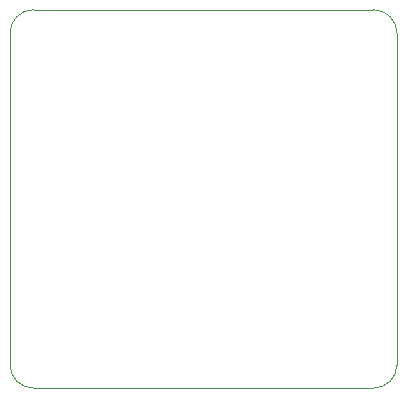
<source format=gbr>
%TF.GenerationSoftware,KiCad,Pcbnew,9.0.1*%
%TF.CreationDate,2025-04-28T22:47:37+02:00*%
%TF.ProjectId,SCS IMD-AMD-indicator,53435320-494d-4442-9d41-4d442d696e64,rev?*%
%TF.SameCoordinates,Original*%
%TF.FileFunction,Profile,NP*%
%FSLAX46Y46*%
G04 Gerber Fmt 4.6, Leading zero omitted, Abs format (unit mm)*
G04 Created by KiCad (PCBNEW 9.0.1) date 2025-04-28 22:47:37*
%MOMM*%
%LPD*%
G01*
G04 APERTURE LIST*
%TA.AperFunction,Profile*%
%ADD10C,0.050000*%
%TD*%
G04 APERTURE END LIST*
D10*
X55880000Y-49917600D02*
G75*
G02*
X53880000Y-51917600I-2000000J0D01*
G01*
X53880000Y-19862800D02*
G75*
G02*
X55880000Y-21862800I0J-2000000D01*
G01*
X23114000Y-49917600D02*
X23114000Y-21862800D01*
X55880000Y-21862800D02*
X55880000Y-49917600D01*
X23114000Y-21862800D02*
G75*
G02*
X25114000Y-19862800I2000000J0D01*
G01*
X25114000Y-51917600D02*
G75*
G02*
X23114000Y-49917600I0J2000000D01*
G01*
X25114000Y-19862800D02*
X53880000Y-19862800D01*
X53880000Y-51917600D02*
X25114000Y-51917600D01*
M02*

</source>
